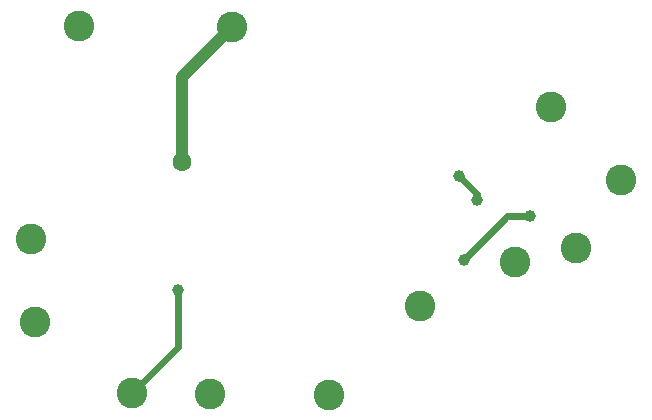
<source format=gbr>
%TF.GenerationSoftware,KiCad,Pcbnew,5.1.6-c6e7f7d~86~ubuntu18.04.1*%
%TF.CreationDate,2020-08-21T18:27:22+12:00*%
%TF.ProjectId,Biasing and 10V Test,42696173-696e-4672-9061-6e6420313056,rev?*%
%TF.SameCoordinates,Original*%
%TF.FileFunction,Copper,L2,Bot*%
%TF.FilePolarity,Positive*%
%FSLAX46Y46*%
G04 Gerber Fmt 4.6, Leading zero omitted, Abs format (unit mm)*
G04 Created by KiCad (PCBNEW 5.1.6-c6e7f7d~86~ubuntu18.04.1) date 2020-08-21 18:27:22*
%MOMM*%
%LPD*%
G01*
G04 APERTURE LIST*
%TA.AperFunction,ComponentPad*%
%ADD10C,2.600000*%
%TD*%
%TA.AperFunction,ViaPad*%
%ADD11C,1.000000*%
%TD*%
%TA.AperFunction,ViaPad*%
%ADD12C,1.600000*%
%TD*%
%TA.AperFunction,Conductor*%
%ADD13C,0.600000*%
%TD*%
%TA.AperFunction,Conductor*%
%ADD14C,1.000000*%
%TD*%
G04 APERTURE END LIST*
D10*
%TO.P,J1,1*%
%TO.N,Net-(J1-Pad1)*%
X111379000Y-80454500D03*
%TD*%
%TO.P,J2,1*%
%TO.N,Net-(J2-Pad1)*%
X115443000Y-62420500D03*
%TD*%
%TO.P,J3,1*%
%TO.N,Net-(J3-Pad1)*%
X126555500Y-93599000D03*
%TD*%
%TO.P,J4,1*%
%TO.N,Net-(J4-Pad1)*%
X136652000Y-93662500D03*
%TD*%
%TO.P,J5,1*%
%TO.N,Net-(J5-Pad1)*%
X152400000Y-82423000D03*
%TD*%
%TO.P,J6,1*%
%TO.N,Net-(C2-Pad1)*%
X144335500Y-86169500D03*
%TD*%
%TO.P,J7,1*%
%TO.N,Net-(J7-Pad1)*%
X157543500Y-81216500D03*
%TD*%
%TO.P,J8,1*%
%TO.N,Net-(J8-Pad1)*%
X155448000Y-69278500D03*
%TD*%
%TO.P,J9,1*%
%TO.N,Net-(J9-Pad1)*%
X161353500Y-75501500D03*
%TD*%
%TO.P,J10,1*%
%TO.N,Net-(J10-Pad1)*%
X119951500Y-93535500D03*
%TD*%
%TO.P,J11,1*%
%TO.N,Net-(J11-Pad1)*%
X111760000Y-87503000D03*
%TD*%
%TO.P,J12,1*%
%TO.N,Net-(J12-Pad1)*%
X128397000Y-62547500D03*
%TD*%
D11*
%TO.N,Net-(J10-Pad1)*%
X123825000Y-84772500D03*
%TO.N,Net-(R11-Pad1)*%
X147637500Y-75184000D03*
X149161500Y-77152500D03*
%TO.N,Net-(R14-Pad1)*%
X153606500Y-78549500D03*
X148018500Y-82232500D03*
D12*
%TO.N,Net-(J12-Pad1)*%
X124206000Y-73977500D03*
%TD*%
D13*
%TO.N,Net-(J10-Pad1)*%
X123825000Y-89662000D02*
X119951500Y-93535500D01*
X123825000Y-84772500D02*
X123825000Y-89662000D01*
%TO.N,Net-(R11-Pad1)*%
X147637500Y-75184000D02*
X149161500Y-76708000D01*
X149161500Y-76708000D02*
X149161500Y-77152500D01*
X149161500Y-77152500D02*
X149161500Y-77152500D01*
%TO.N,Net-(R14-Pad1)*%
X153606500Y-78549500D02*
X151701500Y-78549500D01*
X151701500Y-78549500D02*
X148018500Y-82232500D01*
X148018500Y-82232500D02*
X148018500Y-82232500D01*
D14*
%TO.N,Net-(J12-Pad1)*%
X124206000Y-66738500D02*
X128397000Y-62547500D01*
X124206000Y-73977500D02*
X124206000Y-66738500D01*
%TD*%
M02*

</source>
